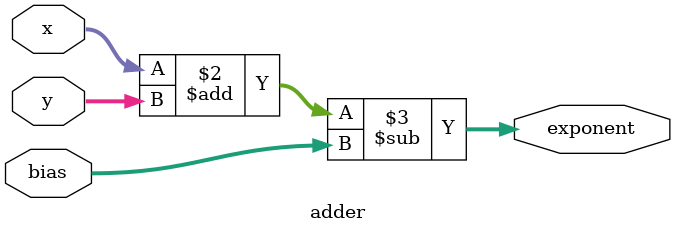
<source format=sv>
module adder(x,y,bias,exponent);
input [7:0] x,y;
input [3:0] bias;
output [9:0] exponent;
always_comb begin
    exponent = x + y - bias;
end
endmodule
</source>
